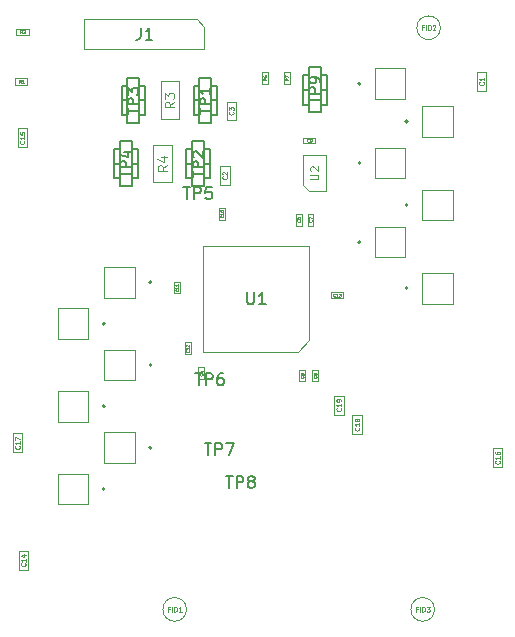
<source format=gbr>
G04 #@! TF.GenerationSoftware,KiCad,Pcbnew,8.0.6-8.0.6-0~ubuntu24.04.1*
G04 #@! TF.CreationDate,2024-11-04T16:08:56-05:00*
G04 #@! TF.ProjectId,breakout-tt06-qfn,62726561-6b6f-4757-942d-747430362d71,1.1*
G04 #@! TF.SameCoordinates,PX2b64660PY42c1d80*
G04 #@! TF.FileFunction,AssemblyDrawing,Top*
%FSLAX46Y46*%
G04 Gerber Fmt 4.6, Leading zero omitted, Abs format (unit mm)*
G04 Created by KiCad (PCBNEW 8.0.6-8.0.6-0~ubuntu24.04.1) date 2024-11-04 16:08:56*
%MOMM*%
%LPD*%
G01*
G04 APERTURE LIST*
%ADD10C,0.040000*%
%ADD11C,0.135000*%
%ADD12C,0.060000*%
%ADD13C,0.150000*%
%ADD14C,0.105000*%
%ADD15C,0.120000*%
%ADD16C,0.100000*%
%ADD17C,0.200000*%
G04 APERTURE END LIST*
D10*
X28889765Y21258334D02*
X28901670Y21246430D01*
X28901670Y21246430D02*
X28913574Y21210715D01*
X28913574Y21210715D02*
X28913574Y21186906D01*
X28913574Y21186906D02*
X28901670Y21151192D01*
X28901670Y21151192D02*
X28877860Y21127382D01*
X28877860Y21127382D02*
X28854050Y21115477D01*
X28854050Y21115477D02*
X28806431Y21103573D01*
X28806431Y21103573D02*
X28770717Y21103573D01*
X28770717Y21103573D02*
X28723098Y21115477D01*
X28723098Y21115477D02*
X28699289Y21127382D01*
X28699289Y21127382D02*
X28675479Y21151192D01*
X28675479Y21151192D02*
X28663574Y21186906D01*
X28663574Y21186906D02*
X28663574Y21210715D01*
X28663574Y21210715D02*
X28675479Y21246430D01*
X28675479Y21246430D02*
X28687384Y21258334D01*
X28663574Y21484525D02*
X28663574Y21365477D01*
X28663574Y21365477D02*
X28782622Y21353573D01*
X28782622Y21353573D02*
X28770717Y21365477D01*
X28770717Y21365477D02*
X28758812Y21389287D01*
X28758812Y21389287D02*
X28758812Y21448811D01*
X28758812Y21448811D02*
X28770717Y21472620D01*
X28770717Y21472620D02*
X28782622Y21484525D01*
X28782622Y21484525D02*
X28806431Y21496430D01*
X28806431Y21496430D02*
X28865955Y21496430D01*
X28865955Y21496430D02*
X28889765Y21484525D01*
X28889765Y21484525D02*
X28901670Y21472620D01*
X28901670Y21472620D02*
X28913574Y21448811D01*
X28913574Y21448811D02*
X28913574Y21389287D01*
X28913574Y21389287D02*
X28901670Y21365477D01*
X28901670Y21365477D02*
X28889765Y21353573D01*
X20339765Y21458334D02*
X20351670Y21446430D01*
X20351670Y21446430D02*
X20363574Y21410715D01*
X20363574Y21410715D02*
X20363574Y21386906D01*
X20363574Y21386906D02*
X20351670Y21351192D01*
X20351670Y21351192D02*
X20327860Y21327382D01*
X20327860Y21327382D02*
X20304050Y21315477D01*
X20304050Y21315477D02*
X20256431Y21303573D01*
X20256431Y21303573D02*
X20220717Y21303573D01*
X20220717Y21303573D02*
X20173098Y21315477D01*
X20173098Y21315477D02*
X20149289Y21327382D01*
X20149289Y21327382D02*
X20125479Y21351192D01*
X20125479Y21351192D02*
X20113574Y21386906D01*
X20113574Y21386906D02*
X20113574Y21410715D01*
X20113574Y21410715D02*
X20125479Y21446430D01*
X20125479Y21446430D02*
X20137384Y21458334D01*
X20196908Y21672620D02*
X20363574Y21672620D01*
X20101670Y21613096D02*
X20280241Y21553573D01*
X20280241Y21553573D02*
X20280241Y21708334D01*
X29989765Y21258334D02*
X30001670Y21246430D01*
X30001670Y21246430D02*
X30013574Y21210715D01*
X30013574Y21210715D02*
X30013574Y21186906D01*
X30013574Y21186906D02*
X30001670Y21151192D01*
X30001670Y21151192D02*
X29977860Y21127382D01*
X29977860Y21127382D02*
X29954050Y21115477D01*
X29954050Y21115477D02*
X29906431Y21103573D01*
X29906431Y21103573D02*
X29870717Y21103573D01*
X29870717Y21103573D02*
X29823098Y21115477D01*
X29823098Y21115477D02*
X29799289Y21127382D01*
X29799289Y21127382D02*
X29775479Y21151192D01*
X29775479Y21151192D02*
X29763574Y21186906D01*
X29763574Y21186906D02*
X29763574Y21210715D01*
X29763574Y21210715D02*
X29775479Y21246430D01*
X29775479Y21246430D02*
X29787384Y21258334D01*
X29870717Y21401192D02*
X29858812Y21377382D01*
X29858812Y21377382D02*
X29846908Y21365477D01*
X29846908Y21365477D02*
X29823098Y21353573D01*
X29823098Y21353573D02*
X29811193Y21353573D01*
X29811193Y21353573D02*
X29787384Y21365477D01*
X29787384Y21365477D02*
X29775479Y21377382D01*
X29775479Y21377382D02*
X29763574Y21401192D01*
X29763574Y21401192D02*
X29763574Y21448811D01*
X29763574Y21448811D02*
X29775479Y21472620D01*
X29775479Y21472620D02*
X29787384Y21484525D01*
X29787384Y21484525D02*
X29811193Y21496430D01*
X29811193Y21496430D02*
X29823098Y21496430D01*
X29823098Y21496430D02*
X29846908Y21484525D01*
X29846908Y21484525D02*
X29858812Y21472620D01*
X29858812Y21472620D02*
X29870717Y21448811D01*
X29870717Y21448811D02*
X29870717Y21401192D01*
X29870717Y21401192D02*
X29882622Y21377382D01*
X29882622Y21377382D02*
X29894527Y21365477D01*
X29894527Y21365477D02*
X29918336Y21353573D01*
X29918336Y21353573D02*
X29965955Y21353573D01*
X29965955Y21353573D02*
X29989765Y21365477D01*
X29989765Y21365477D02*
X30001670Y21377382D01*
X30001670Y21377382D02*
X30013574Y21401192D01*
X30013574Y21401192D02*
X30013574Y21448811D01*
X30013574Y21448811D02*
X30001670Y21472620D01*
X30001670Y21472620D02*
X29989765Y21484525D01*
X29989765Y21484525D02*
X29965955Y21496430D01*
X29965955Y21496430D02*
X29918336Y21496430D01*
X29918336Y21496430D02*
X29894527Y21484525D01*
X29894527Y21484525D02*
X29882622Y21472620D01*
X29882622Y21472620D02*
X29870717Y21448811D01*
X28589765Y34458334D02*
X28601670Y34446430D01*
X28601670Y34446430D02*
X28613574Y34410715D01*
X28613574Y34410715D02*
X28613574Y34386906D01*
X28613574Y34386906D02*
X28601670Y34351192D01*
X28601670Y34351192D02*
X28577860Y34327382D01*
X28577860Y34327382D02*
X28554050Y34315477D01*
X28554050Y34315477D02*
X28506431Y34303573D01*
X28506431Y34303573D02*
X28470717Y34303573D01*
X28470717Y34303573D02*
X28423098Y34315477D01*
X28423098Y34315477D02*
X28399289Y34327382D01*
X28399289Y34327382D02*
X28375479Y34351192D01*
X28375479Y34351192D02*
X28363574Y34386906D01*
X28363574Y34386906D02*
X28363574Y34410715D01*
X28363574Y34410715D02*
X28375479Y34446430D01*
X28375479Y34446430D02*
X28387384Y34458334D01*
X28363574Y34672620D02*
X28363574Y34625001D01*
X28363574Y34625001D02*
X28375479Y34601192D01*
X28375479Y34601192D02*
X28387384Y34589287D01*
X28387384Y34589287D02*
X28423098Y34565477D01*
X28423098Y34565477D02*
X28470717Y34553573D01*
X28470717Y34553573D02*
X28565955Y34553573D01*
X28565955Y34553573D02*
X28589765Y34565477D01*
X28589765Y34565477D02*
X28601670Y34577382D01*
X28601670Y34577382D02*
X28613574Y34601192D01*
X28613574Y34601192D02*
X28613574Y34648811D01*
X28613574Y34648811D02*
X28601670Y34672620D01*
X28601670Y34672620D02*
X28589765Y34684525D01*
X28589765Y34684525D02*
X28565955Y34696430D01*
X28565955Y34696430D02*
X28506431Y34696430D01*
X28506431Y34696430D02*
X28482622Y34684525D01*
X28482622Y34684525D02*
X28470717Y34672620D01*
X28470717Y34672620D02*
X28458812Y34648811D01*
X28458812Y34648811D02*
X28458812Y34601192D01*
X28458812Y34601192D02*
X28470717Y34577382D01*
X28470717Y34577382D02*
X28482622Y34565477D01*
X28482622Y34565477D02*
X28506431Y34553573D01*
X22089765Y34839286D02*
X22101670Y34827382D01*
X22101670Y34827382D02*
X22113574Y34791667D01*
X22113574Y34791667D02*
X22113574Y34767858D01*
X22113574Y34767858D02*
X22101670Y34732144D01*
X22101670Y34732144D02*
X22077860Y34708334D01*
X22077860Y34708334D02*
X22054050Y34696429D01*
X22054050Y34696429D02*
X22006431Y34684525D01*
X22006431Y34684525D02*
X21970717Y34684525D01*
X21970717Y34684525D02*
X21923098Y34696429D01*
X21923098Y34696429D02*
X21899289Y34708334D01*
X21899289Y34708334D02*
X21875479Y34732144D01*
X21875479Y34732144D02*
X21863574Y34767858D01*
X21863574Y34767858D02*
X21863574Y34791667D01*
X21863574Y34791667D02*
X21875479Y34827382D01*
X21875479Y34827382D02*
X21887384Y34839286D01*
X22113574Y35077382D02*
X22113574Y34934525D01*
X22113574Y35005953D02*
X21863574Y35005953D01*
X21863574Y35005953D02*
X21899289Y34982144D01*
X21899289Y34982144D02*
X21923098Y34958334D01*
X21923098Y34958334D02*
X21935003Y34934525D01*
X21863574Y35232143D02*
X21863574Y35255953D01*
X21863574Y35255953D02*
X21875479Y35279762D01*
X21875479Y35279762D02*
X21887384Y35291667D01*
X21887384Y35291667D02*
X21911193Y35303572D01*
X21911193Y35303572D02*
X21958812Y35315477D01*
X21958812Y35315477D02*
X22018336Y35315477D01*
X22018336Y35315477D02*
X22065955Y35303572D01*
X22065955Y35303572D02*
X22089765Y35291667D01*
X22089765Y35291667D02*
X22101670Y35279762D01*
X22101670Y35279762D02*
X22113574Y35255953D01*
X22113574Y35255953D02*
X22113574Y35232143D01*
X22113574Y35232143D02*
X22101670Y35208334D01*
X22101670Y35208334D02*
X22089765Y35196429D01*
X22089765Y35196429D02*
X22065955Y35184524D01*
X22065955Y35184524D02*
X22018336Y35172620D01*
X22018336Y35172620D02*
X21958812Y35172620D01*
X21958812Y35172620D02*
X21911193Y35184524D01*
X21911193Y35184524D02*
X21887384Y35196429D01*
X21887384Y35196429D02*
X21875479Y35208334D01*
X21875479Y35208334D02*
X21863574Y35232143D01*
X31589285Y28010235D02*
X31577381Y27998330D01*
X31577381Y27998330D02*
X31541666Y27986426D01*
X31541666Y27986426D02*
X31517857Y27986426D01*
X31517857Y27986426D02*
X31482143Y27998330D01*
X31482143Y27998330D02*
X31458333Y28022140D01*
X31458333Y28022140D02*
X31446428Y28045950D01*
X31446428Y28045950D02*
X31434524Y28093569D01*
X31434524Y28093569D02*
X31434524Y28129283D01*
X31434524Y28129283D02*
X31446428Y28176902D01*
X31446428Y28176902D02*
X31458333Y28200711D01*
X31458333Y28200711D02*
X31482143Y28224521D01*
X31482143Y28224521D02*
X31517857Y28236426D01*
X31517857Y28236426D02*
X31541666Y28236426D01*
X31541666Y28236426D02*
X31577381Y28224521D01*
X31577381Y28224521D02*
X31589285Y28212616D01*
X31827381Y27986426D02*
X31684524Y27986426D01*
X31755952Y27986426D02*
X31755952Y28236426D01*
X31755952Y28236426D02*
X31732143Y28200711D01*
X31732143Y28200711D02*
X31708333Y28176902D01*
X31708333Y28176902D02*
X31684524Y28164997D01*
X31910714Y28236426D02*
X32065476Y28236426D01*
X32065476Y28236426D02*
X31982142Y28141188D01*
X31982142Y28141188D02*
X32017857Y28141188D01*
X32017857Y28141188D02*
X32041666Y28129283D01*
X32041666Y28129283D02*
X32053571Y28117378D01*
X32053571Y28117378D02*
X32065476Y28093569D01*
X32065476Y28093569D02*
X32065476Y28034045D01*
X32065476Y28034045D02*
X32053571Y28010235D01*
X32053571Y28010235D02*
X32041666Y27998330D01*
X32041666Y27998330D02*
X32017857Y27986426D01*
X32017857Y27986426D02*
X31946428Y27986426D01*
X31946428Y27986426D02*
X31922619Y27998330D01*
X31922619Y27998330D02*
X31910714Y28010235D01*
D11*
X14009337Y43464287D02*
X14009337Y43978572D01*
X14909337Y43721430D02*
X14009337Y43721430D01*
X14909337Y44278572D02*
X14009337Y44278572D01*
X14009337Y44278572D02*
X14009337Y44621429D01*
X14009337Y44621429D02*
X14052194Y44707144D01*
X14052194Y44707144D02*
X14095051Y44750001D01*
X14095051Y44750001D02*
X14180765Y44792858D01*
X14180765Y44792858D02*
X14309337Y44792858D01*
X14309337Y44792858D02*
X14395051Y44750001D01*
X14395051Y44750001D02*
X14437908Y44707144D01*
X14437908Y44707144D02*
X14480765Y44621429D01*
X14480765Y44621429D02*
X14480765Y44278572D01*
X14009337Y45092858D02*
X14009337Y45650001D01*
X14009337Y45650001D02*
X14352194Y45350001D01*
X14352194Y45350001D02*
X14352194Y45478572D01*
X14352194Y45478572D02*
X14395051Y45564286D01*
X14395051Y45564286D02*
X14437908Y45607144D01*
X14437908Y45607144D02*
X14523622Y45650001D01*
X14523622Y45650001D02*
X14737908Y45650001D01*
X14737908Y45650001D02*
X14823622Y45607144D01*
X14823622Y45607144D02*
X14866480Y45564286D01*
X14866480Y45564286D02*
X14909337Y45478572D01*
X14909337Y45478572D02*
X14909337Y45221429D01*
X14909337Y45221429D02*
X14866480Y45135715D01*
X14866480Y45135715D02*
X14823622Y45092858D01*
X19509337Y38114287D02*
X19509337Y38628572D01*
X20409337Y38371430D02*
X19509337Y38371430D01*
X20409337Y38928572D02*
X19509337Y38928572D01*
X19509337Y38928572D02*
X19509337Y39271429D01*
X19509337Y39271429D02*
X19552194Y39357144D01*
X19552194Y39357144D02*
X19595051Y39400001D01*
X19595051Y39400001D02*
X19680765Y39442858D01*
X19680765Y39442858D02*
X19809337Y39442858D01*
X19809337Y39442858D02*
X19895051Y39400001D01*
X19895051Y39400001D02*
X19937908Y39357144D01*
X19937908Y39357144D02*
X19980765Y39271429D01*
X19980765Y39271429D02*
X19980765Y38928572D01*
X19595051Y39785715D02*
X19552194Y39828572D01*
X19552194Y39828572D02*
X19509337Y39914286D01*
X19509337Y39914286D02*
X19509337Y40128572D01*
X19509337Y40128572D02*
X19552194Y40214286D01*
X19552194Y40214286D02*
X19595051Y40257144D01*
X19595051Y40257144D02*
X19680765Y40300001D01*
X19680765Y40300001D02*
X19766480Y40300001D01*
X19766480Y40300001D02*
X19895051Y40257144D01*
X19895051Y40257144D02*
X20409337Y39742858D01*
X20409337Y39742858D02*
X20409337Y40300001D01*
D12*
X32043832Y18542858D02*
X32062880Y18523810D01*
X32062880Y18523810D02*
X32081927Y18466668D01*
X32081927Y18466668D02*
X32081927Y18428572D01*
X32081927Y18428572D02*
X32062880Y18371429D01*
X32062880Y18371429D02*
X32024784Y18333334D01*
X32024784Y18333334D02*
X31986689Y18314287D01*
X31986689Y18314287D02*
X31910499Y18295239D01*
X31910499Y18295239D02*
X31853356Y18295239D01*
X31853356Y18295239D02*
X31777165Y18314287D01*
X31777165Y18314287D02*
X31739070Y18333334D01*
X31739070Y18333334D02*
X31700975Y18371429D01*
X31700975Y18371429D02*
X31681927Y18428572D01*
X31681927Y18428572D02*
X31681927Y18466668D01*
X31681927Y18466668D02*
X31700975Y18523810D01*
X31700975Y18523810D02*
X31720022Y18542858D01*
X32081927Y18923810D02*
X32081927Y18695239D01*
X32081927Y18809525D02*
X31681927Y18809525D01*
X31681927Y18809525D02*
X31739070Y18771429D01*
X31739070Y18771429D02*
X31777165Y18733334D01*
X31777165Y18733334D02*
X31796213Y18695239D01*
X32081927Y19114286D02*
X32081927Y19190477D01*
X32081927Y19190477D02*
X32062880Y19228572D01*
X32062880Y19228572D02*
X32043832Y19247620D01*
X32043832Y19247620D02*
X31986689Y19285715D01*
X31986689Y19285715D02*
X31910499Y19304762D01*
X31910499Y19304762D02*
X31758118Y19304762D01*
X31758118Y19304762D02*
X31720022Y19285715D01*
X31720022Y19285715D02*
X31700975Y19266667D01*
X31700975Y19266667D02*
X31681927Y19228572D01*
X31681927Y19228572D02*
X31681927Y19152381D01*
X31681927Y19152381D02*
X31700975Y19114286D01*
X31700975Y19114286D02*
X31720022Y19095239D01*
X31720022Y19095239D02*
X31758118Y19076191D01*
X31758118Y19076191D02*
X31853356Y19076191D01*
X31853356Y19076191D02*
X31891451Y19095239D01*
X31891451Y19095239D02*
X31910499Y19114286D01*
X31910499Y19114286D02*
X31929546Y19152381D01*
X31929546Y19152381D02*
X31929546Y19228572D01*
X31929546Y19228572D02*
X31910499Y19266667D01*
X31910499Y19266667D02*
X31891451Y19285715D01*
X31891451Y19285715D02*
X31853356Y19304762D01*
D10*
X29589765Y34458334D02*
X29601670Y34446430D01*
X29601670Y34446430D02*
X29613574Y34410715D01*
X29613574Y34410715D02*
X29613574Y34386906D01*
X29613574Y34386906D02*
X29601670Y34351192D01*
X29601670Y34351192D02*
X29577860Y34327382D01*
X29577860Y34327382D02*
X29554050Y34315477D01*
X29554050Y34315477D02*
X29506431Y34303573D01*
X29506431Y34303573D02*
X29470717Y34303573D01*
X29470717Y34303573D02*
X29423098Y34315477D01*
X29423098Y34315477D02*
X29399289Y34327382D01*
X29399289Y34327382D02*
X29375479Y34351192D01*
X29375479Y34351192D02*
X29363574Y34386906D01*
X29363574Y34386906D02*
X29363574Y34410715D01*
X29363574Y34410715D02*
X29375479Y34446430D01*
X29375479Y34446430D02*
X29387384Y34458334D01*
X29363574Y34541668D02*
X29363574Y34708334D01*
X29363574Y34708334D02*
X29613574Y34601192D01*
D13*
X22338095Y12795181D02*
X22909523Y12795181D01*
X22623809Y11795181D02*
X22623809Y12795181D01*
X23242857Y11795181D02*
X23242857Y12795181D01*
X23242857Y12795181D02*
X23623809Y12795181D01*
X23623809Y12795181D02*
X23719047Y12747562D01*
X23719047Y12747562D02*
X23766666Y12699943D01*
X23766666Y12699943D02*
X23814285Y12604705D01*
X23814285Y12604705D02*
X23814285Y12461848D01*
X23814285Y12461848D02*
X23766666Y12366610D01*
X23766666Y12366610D02*
X23719047Y12318991D01*
X23719047Y12318991D02*
X23623809Y12271372D01*
X23623809Y12271372D02*
X23242857Y12271372D01*
X24385714Y12366610D02*
X24290476Y12414229D01*
X24290476Y12414229D02*
X24242857Y12461848D01*
X24242857Y12461848D02*
X24195238Y12557086D01*
X24195238Y12557086D02*
X24195238Y12604705D01*
X24195238Y12604705D02*
X24242857Y12699943D01*
X24242857Y12699943D02*
X24290476Y12747562D01*
X24290476Y12747562D02*
X24385714Y12795181D01*
X24385714Y12795181D02*
X24576190Y12795181D01*
X24576190Y12795181D02*
X24671428Y12747562D01*
X24671428Y12747562D02*
X24719047Y12699943D01*
X24719047Y12699943D02*
X24766666Y12604705D01*
X24766666Y12604705D02*
X24766666Y12557086D01*
X24766666Y12557086D02*
X24719047Y12461848D01*
X24719047Y12461848D02*
X24671428Y12414229D01*
X24671428Y12414229D02*
X24576190Y12366610D01*
X24576190Y12366610D02*
X24385714Y12366610D01*
X24385714Y12366610D02*
X24290476Y12318991D01*
X24290476Y12318991D02*
X24242857Y12271372D01*
X24242857Y12271372D02*
X24195238Y12176134D01*
X24195238Y12176134D02*
X24195238Y11985658D01*
X24195238Y11985658D02*
X24242857Y11890420D01*
X24242857Y11890420D02*
X24290476Y11842800D01*
X24290476Y11842800D02*
X24385714Y11795181D01*
X24385714Y11795181D02*
X24576190Y11795181D01*
X24576190Y11795181D02*
X24671428Y11842800D01*
X24671428Y11842800D02*
X24719047Y11890420D01*
X24719047Y11890420D02*
X24766666Y11985658D01*
X24766666Y11985658D02*
X24766666Y12176134D01*
X24766666Y12176134D02*
X24719047Y12271372D01*
X24719047Y12271372D02*
X24671428Y12318991D01*
X24671428Y12318991D02*
X24576190Y12366610D01*
D10*
X4956667Y46081800D02*
X4870000Y46205609D01*
X4808095Y46081800D02*
X4808095Y46341800D01*
X4808095Y46341800D02*
X4907143Y46341800D01*
X4907143Y46341800D02*
X4931905Y46329419D01*
X4931905Y46329419D02*
X4944286Y46317038D01*
X4944286Y46317038D02*
X4956667Y46292276D01*
X4956667Y46292276D02*
X4956667Y46255133D01*
X4956667Y46255133D02*
X4944286Y46230371D01*
X4944286Y46230371D02*
X4931905Y46217990D01*
X4931905Y46217990D02*
X4907143Y46205609D01*
X4907143Y46205609D02*
X4808095Y46205609D01*
X5204286Y46081800D02*
X5055714Y46081800D01*
X5130000Y46081800D02*
X5130000Y46341800D01*
X5130000Y46341800D02*
X5105238Y46304657D01*
X5105238Y46304657D02*
X5080476Y46279895D01*
X5080476Y46279895D02*
X5055714Y46267514D01*
D12*
X39071429Y50777597D02*
X38938096Y50777597D01*
X38938096Y50568073D02*
X38938096Y50968073D01*
X38938096Y50968073D02*
X39128572Y50968073D01*
X39280953Y50568073D02*
X39280953Y50968073D01*
X39471429Y50568073D02*
X39471429Y50968073D01*
X39471429Y50968073D02*
X39566667Y50968073D01*
X39566667Y50968073D02*
X39623810Y50949025D01*
X39623810Y50949025D02*
X39661905Y50910930D01*
X39661905Y50910930D02*
X39680952Y50872835D01*
X39680952Y50872835D02*
X39700000Y50796644D01*
X39700000Y50796644D02*
X39700000Y50739501D01*
X39700000Y50739501D02*
X39680952Y50663311D01*
X39680952Y50663311D02*
X39661905Y50625216D01*
X39661905Y50625216D02*
X39623810Y50587120D01*
X39623810Y50587120D02*
X39566667Y50568073D01*
X39566667Y50568073D02*
X39471429Y50568073D01*
X39852381Y50929978D02*
X39871429Y50949025D01*
X39871429Y50949025D02*
X39909524Y50968073D01*
X39909524Y50968073D02*
X40004762Y50968073D01*
X40004762Y50968073D02*
X40042857Y50949025D01*
X40042857Y50949025D02*
X40061905Y50929978D01*
X40061905Y50929978D02*
X40080952Y50891882D01*
X40080952Y50891882D02*
X40080952Y50853787D01*
X40080952Y50853787D02*
X40061905Y50796644D01*
X40061905Y50796644D02*
X39833333Y50568073D01*
X39833333Y50568073D02*
X40080952Y50568073D01*
X5343832Y5392858D02*
X5362880Y5373810D01*
X5362880Y5373810D02*
X5381927Y5316668D01*
X5381927Y5316668D02*
X5381927Y5278572D01*
X5381927Y5278572D02*
X5362880Y5221429D01*
X5362880Y5221429D02*
X5324784Y5183334D01*
X5324784Y5183334D02*
X5286689Y5164287D01*
X5286689Y5164287D02*
X5210499Y5145239D01*
X5210499Y5145239D02*
X5153356Y5145239D01*
X5153356Y5145239D02*
X5077165Y5164287D01*
X5077165Y5164287D02*
X5039070Y5183334D01*
X5039070Y5183334D02*
X5000975Y5221429D01*
X5000975Y5221429D02*
X4981927Y5278572D01*
X4981927Y5278572D02*
X4981927Y5316668D01*
X4981927Y5316668D02*
X5000975Y5373810D01*
X5000975Y5373810D02*
X5020022Y5392858D01*
X5381927Y5773810D02*
X5381927Y5545239D01*
X5381927Y5659525D02*
X4981927Y5659525D01*
X4981927Y5659525D02*
X5039070Y5621429D01*
X5039070Y5621429D02*
X5077165Y5583334D01*
X5077165Y5583334D02*
X5096213Y5545239D01*
X5115260Y6116667D02*
X5381927Y6116667D01*
X4962880Y6021429D02*
X5248594Y5926191D01*
X5248594Y5926191D02*
X5248594Y6173810D01*
X22393832Y38183334D02*
X22412880Y38164286D01*
X22412880Y38164286D02*
X22431927Y38107144D01*
X22431927Y38107144D02*
X22431927Y38069048D01*
X22431927Y38069048D02*
X22412880Y38011905D01*
X22412880Y38011905D02*
X22374784Y37973810D01*
X22374784Y37973810D02*
X22336689Y37954763D01*
X22336689Y37954763D02*
X22260499Y37935715D01*
X22260499Y37935715D02*
X22203356Y37935715D01*
X22203356Y37935715D02*
X22127165Y37954763D01*
X22127165Y37954763D02*
X22089070Y37973810D01*
X22089070Y37973810D02*
X22050975Y38011905D01*
X22050975Y38011905D02*
X22031927Y38069048D01*
X22031927Y38069048D02*
X22031927Y38107144D01*
X22031927Y38107144D02*
X22050975Y38164286D01*
X22050975Y38164286D02*
X22070022Y38183334D01*
X22070022Y38335715D02*
X22050975Y38354763D01*
X22050975Y38354763D02*
X22031927Y38392858D01*
X22031927Y38392858D02*
X22031927Y38488096D01*
X22031927Y38488096D02*
X22050975Y38526191D01*
X22050975Y38526191D02*
X22070022Y38545239D01*
X22070022Y38545239D02*
X22108118Y38564286D01*
X22108118Y38564286D02*
X22146213Y38564286D01*
X22146213Y38564286D02*
X22203356Y38545239D01*
X22203356Y38545239D02*
X22431927Y38316667D01*
X22431927Y38316667D02*
X22431927Y38564286D01*
D13*
X24138095Y28345181D02*
X24138095Y27535658D01*
X24138095Y27535658D02*
X24185714Y27440420D01*
X24185714Y27440420D02*
X24233333Y27392800D01*
X24233333Y27392800D02*
X24328571Y27345181D01*
X24328571Y27345181D02*
X24519047Y27345181D01*
X24519047Y27345181D02*
X24614285Y27392800D01*
X24614285Y27392800D02*
X24661904Y27440420D01*
X24661904Y27440420D02*
X24709523Y27535658D01*
X24709523Y27535658D02*
X24709523Y28345181D01*
X25709523Y27345181D02*
X25138095Y27345181D01*
X25423809Y27345181D02*
X25423809Y28345181D01*
X25423809Y28345181D02*
X25328571Y28202324D01*
X25328571Y28202324D02*
X25233333Y28107086D01*
X25233333Y28107086D02*
X25138095Y28059467D01*
X20538095Y15595181D02*
X21109523Y15595181D01*
X20823809Y14595181D02*
X20823809Y15595181D01*
X21442857Y14595181D02*
X21442857Y15595181D01*
X21442857Y15595181D02*
X21823809Y15595181D01*
X21823809Y15595181D02*
X21919047Y15547562D01*
X21919047Y15547562D02*
X21966666Y15499943D01*
X21966666Y15499943D02*
X22014285Y15404705D01*
X22014285Y15404705D02*
X22014285Y15261848D01*
X22014285Y15261848D02*
X21966666Y15166610D01*
X21966666Y15166610D02*
X21919047Y15118991D01*
X21919047Y15118991D02*
X21823809Y15071372D01*
X21823809Y15071372D02*
X21442857Y15071372D01*
X22347619Y15595181D02*
X23014285Y15595181D01*
X23014285Y15595181D02*
X22585714Y14595181D01*
D14*
X29468373Y37916667D02*
X30035040Y37916667D01*
X30035040Y37916667D02*
X30101706Y37950000D01*
X30101706Y37950000D02*
X30135040Y37983334D01*
X30135040Y37983334D02*
X30168373Y38050000D01*
X30168373Y38050000D02*
X30168373Y38183334D01*
X30168373Y38183334D02*
X30135040Y38250000D01*
X30135040Y38250000D02*
X30101706Y38283334D01*
X30101706Y38283334D02*
X30035040Y38316667D01*
X30035040Y38316667D02*
X29468373Y38316667D01*
X29535040Y38616667D02*
X29501706Y38650000D01*
X29501706Y38650000D02*
X29468373Y38716667D01*
X29468373Y38716667D02*
X29468373Y38883333D01*
X29468373Y38883333D02*
X29501706Y38950000D01*
X29501706Y38950000D02*
X29535040Y38983333D01*
X29535040Y38983333D02*
X29601706Y39016667D01*
X29601706Y39016667D02*
X29668373Y39016667D01*
X29668373Y39016667D02*
X29768373Y38983333D01*
X29768373Y38983333D02*
X30168373Y38583333D01*
X30168373Y38583333D02*
X30168373Y39016667D01*
D12*
X17571429Y1527597D02*
X17438096Y1527597D01*
X17438096Y1318073D02*
X17438096Y1718073D01*
X17438096Y1718073D02*
X17628572Y1718073D01*
X17780953Y1318073D02*
X17780953Y1718073D01*
X17971429Y1318073D02*
X17971429Y1718073D01*
X17971429Y1718073D02*
X18066667Y1718073D01*
X18066667Y1718073D02*
X18123810Y1699025D01*
X18123810Y1699025D02*
X18161905Y1660930D01*
X18161905Y1660930D02*
X18180952Y1622835D01*
X18180952Y1622835D02*
X18200000Y1546644D01*
X18200000Y1546644D02*
X18200000Y1489501D01*
X18200000Y1489501D02*
X18180952Y1413311D01*
X18180952Y1413311D02*
X18161905Y1375216D01*
X18161905Y1375216D02*
X18123810Y1337120D01*
X18123810Y1337120D02*
X18066667Y1318073D01*
X18066667Y1318073D02*
X17971429Y1318073D01*
X18580952Y1318073D02*
X18352381Y1318073D01*
X18466667Y1318073D02*
X18466667Y1718073D01*
X18466667Y1718073D02*
X18428571Y1660930D01*
X18428571Y1660930D02*
X18390476Y1622835D01*
X18390476Y1622835D02*
X18352381Y1603787D01*
D15*
X17963855Y44466668D02*
X17582902Y44200001D01*
X17963855Y44009525D02*
X17163855Y44009525D01*
X17163855Y44009525D02*
X17163855Y44314287D01*
X17163855Y44314287D02*
X17201950Y44390477D01*
X17201950Y44390477D02*
X17240045Y44428572D01*
X17240045Y44428572D02*
X17316236Y44466668D01*
X17316236Y44466668D02*
X17430521Y44466668D01*
X17430521Y44466668D02*
X17506712Y44428572D01*
X17506712Y44428572D02*
X17544807Y44390477D01*
X17544807Y44390477D02*
X17582902Y44314287D01*
X17582902Y44314287D02*
X17582902Y44009525D01*
X17163855Y44733334D02*
X17163855Y45228572D01*
X17163855Y45228572D02*
X17468617Y44961906D01*
X17468617Y44961906D02*
X17468617Y45076191D01*
X17468617Y45076191D02*
X17506712Y45152382D01*
X17506712Y45152382D02*
X17544807Y45190477D01*
X17544807Y45190477D02*
X17620998Y45228572D01*
X17620998Y45228572D02*
X17811474Y45228572D01*
X17811474Y45228572D02*
X17887664Y45190477D01*
X17887664Y45190477D02*
X17925760Y45152382D01*
X17925760Y45152382D02*
X17963855Y45076191D01*
X17963855Y45076191D02*
X17963855Y44847620D01*
X17963855Y44847620D02*
X17925760Y44771429D01*
X17925760Y44771429D02*
X17887664Y44733334D01*
D10*
X18289765Y28589286D02*
X18301670Y28577382D01*
X18301670Y28577382D02*
X18313574Y28541667D01*
X18313574Y28541667D02*
X18313574Y28517858D01*
X18313574Y28517858D02*
X18301670Y28482144D01*
X18301670Y28482144D02*
X18277860Y28458334D01*
X18277860Y28458334D02*
X18254050Y28446429D01*
X18254050Y28446429D02*
X18206431Y28434525D01*
X18206431Y28434525D02*
X18170717Y28434525D01*
X18170717Y28434525D02*
X18123098Y28446429D01*
X18123098Y28446429D02*
X18099289Y28458334D01*
X18099289Y28458334D02*
X18075479Y28482144D01*
X18075479Y28482144D02*
X18063574Y28517858D01*
X18063574Y28517858D02*
X18063574Y28541667D01*
X18063574Y28541667D02*
X18075479Y28577382D01*
X18075479Y28577382D02*
X18087384Y28589286D01*
X18313574Y28827382D02*
X18313574Y28684525D01*
X18313574Y28755953D02*
X18063574Y28755953D01*
X18063574Y28755953D02*
X18099289Y28732144D01*
X18099289Y28732144D02*
X18123098Y28708334D01*
X18123098Y28708334D02*
X18135003Y28684525D01*
X18313574Y29065477D02*
X18313574Y28922620D01*
X18313574Y28994048D02*
X18063574Y28994048D01*
X18063574Y28994048D02*
X18099289Y28970239D01*
X18099289Y28970239D02*
X18123098Y28946429D01*
X18123098Y28946429D02*
X18135003Y28922620D01*
D12*
X4843832Y15342858D02*
X4862880Y15323810D01*
X4862880Y15323810D02*
X4881927Y15266668D01*
X4881927Y15266668D02*
X4881927Y15228572D01*
X4881927Y15228572D02*
X4862880Y15171429D01*
X4862880Y15171429D02*
X4824784Y15133334D01*
X4824784Y15133334D02*
X4786689Y15114287D01*
X4786689Y15114287D02*
X4710499Y15095239D01*
X4710499Y15095239D02*
X4653356Y15095239D01*
X4653356Y15095239D02*
X4577165Y15114287D01*
X4577165Y15114287D02*
X4539070Y15133334D01*
X4539070Y15133334D02*
X4500975Y15171429D01*
X4500975Y15171429D02*
X4481927Y15228572D01*
X4481927Y15228572D02*
X4481927Y15266668D01*
X4481927Y15266668D02*
X4500975Y15323810D01*
X4500975Y15323810D02*
X4520022Y15342858D01*
X4881927Y15723810D02*
X4881927Y15495239D01*
X4881927Y15609525D02*
X4481927Y15609525D01*
X4481927Y15609525D02*
X4539070Y15571429D01*
X4539070Y15571429D02*
X4577165Y15533334D01*
X4577165Y15533334D02*
X4596213Y15495239D01*
X4481927Y15857143D02*
X4481927Y16123810D01*
X4481927Y16123810D02*
X4881927Y15952381D01*
D10*
X19189765Y23439286D02*
X19201670Y23427382D01*
X19201670Y23427382D02*
X19213574Y23391667D01*
X19213574Y23391667D02*
X19213574Y23367858D01*
X19213574Y23367858D02*
X19201670Y23332144D01*
X19201670Y23332144D02*
X19177860Y23308334D01*
X19177860Y23308334D02*
X19154050Y23296429D01*
X19154050Y23296429D02*
X19106431Y23284525D01*
X19106431Y23284525D02*
X19070717Y23284525D01*
X19070717Y23284525D02*
X19023098Y23296429D01*
X19023098Y23296429D02*
X18999289Y23308334D01*
X18999289Y23308334D02*
X18975479Y23332144D01*
X18975479Y23332144D02*
X18963574Y23367858D01*
X18963574Y23367858D02*
X18963574Y23391667D01*
X18963574Y23391667D02*
X18975479Y23427382D01*
X18975479Y23427382D02*
X18987384Y23439286D01*
X19213574Y23677382D02*
X19213574Y23534525D01*
X19213574Y23605953D02*
X18963574Y23605953D01*
X18963574Y23605953D02*
X18999289Y23582144D01*
X18999289Y23582144D02*
X19023098Y23558334D01*
X19023098Y23558334D02*
X19035003Y23534525D01*
X18987384Y23772620D02*
X18975479Y23784524D01*
X18975479Y23784524D02*
X18963574Y23808334D01*
X18963574Y23808334D02*
X18963574Y23867858D01*
X18963574Y23867858D02*
X18975479Y23891667D01*
X18975479Y23891667D02*
X18987384Y23903572D01*
X18987384Y23903572D02*
X19011193Y23915477D01*
X19011193Y23915477D02*
X19035003Y23915477D01*
X19035003Y23915477D02*
X19070717Y23903572D01*
X19070717Y23903572D02*
X19213574Y23760715D01*
X19213574Y23760715D02*
X19213574Y23915477D01*
D12*
X22943832Y43633334D02*
X22962880Y43614286D01*
X22962880Y43614286D02*
X22981927Y43557144D01*
X22981927Y43557144D02*
X22981927Y43519048D01*
X22981927Y43519048D02*
X22962880Y43461905D01*
X22962880Y43461905D02*
X22924784Y43423810D01*
X22924784Y43423810D02*
X22886689Y43404763D01*
X22886689Y43404763D02*
X22810499Y43385715D01*
X22810499Y43385715D02*
X22753356Y43385715D01*
X22753356Y43385715D02*
X22677165Y43404763D01*
X22677165Y43404763D02*
X22639070Y43423810D01*
X22639070Y43423810D02*
X22600975Y43461905D01*
X22600975Y43461905D02*
X22581927Y43519048D01*
X22581927Y43519048D02*
X22581927Y43557144D01*
X22581927Y43557144D02*
X22600975Y43614286D01*
X22600975Y43614286D02*
X22620022Y43633334D01*
X22581927Y43766667D02*
X22581927Y44014286D01*
X22581927Y44014286D02*
X22734308Y43880953D01*
X22734308Y43880953D02*
X22734308Y43938096D01*
X22734308Y43938096D02*
X22753356Y43976191D01*
X22753356Y43976191D02*
X22772403Y43995239D01*
X22772403Y43995239D02*
X22810499Y44014286D01*
X22810499Y44014286D02*
X22905737Y44014286D01*
X22905737Y44014286D02*
X22943832Y43995239D01*
X22943832Y43995239D02*
X22962880Y43976191D01*
X22962880Y43976191D02*
X22981927Y43938096D01*
X22981927Y43938096D02*
X22981927Y43823810D01*
X22981927Y43823810D02*
X22962880Y43785715D01*
X22962880Y43785715D02*
X22943832Y43766667D01*
X45493832Y14092858D02*
X45512880Y14073810D01*
X45512880Y14073810D02*
X45531927Y14016668D01*
X45531927Y14016668D02*
X45531927Y13978572D01*
X45531927Y13978572D02*
X45512880Y13921429D01*
X45512880Y13921429D02*
X45474784Y13883334D01*
X45474784Y13883334D02*
X45436689Y13864287D01*
X45436689Y13864287D02*
X45360499Y13845239D01*
X45360499Y13845239D02*
X45303356Y13845239D01*
X45303356Y13845239D02*
X45227165Y13864287D01*
X45227165Y13864287D02*
X45189070Y13883334D01*
X45189070Y13883334D02*
X45150975Y13921429D01*
X45150975Y13921429D02*
X45131927Y13978572D01*
X45131927Y13978572D02*
X45131927Y14016668D01*
X45131927Y14016668D02*
X45150975Y14073810D01*
X45150975Y14073810D02*
X45170022Y14092858D01*
X45531927Y14473810D02*
X45531927Y14245239D01*
X45531927Y14359525D02*
X45131927Y14359525D01*
X45131927Y14359525D02*
X45189070Y14321429D01*
X45189070Y14321429D02*
X45227165Y14283334D01*
X45227165Y14283334D02*
X45246213Y14245239D01*
X45131927Y14816667D02*
X45131927Y14740477D01*
X45131927Y14740477D02*
X45150975Y14702381D01*
X45150975Y14702381D02*
X45170022Y14683334D01*
X45170022Y14683334D02*
X45227165Y14645239D01*
X45227165Y14645239D02*
X45303356Y14626191D01*
X45303356Y14626191D02*
X45455737Y14626191D01*
X45455737Y14626191D02*
X45493832Y14645239D01*
X45493832Y14645239D02*
X45512880Y14664286D01*
X45512880Y14664286D02*
X45531927Y14702381D01*
X45531927Y14702381D02*
X45531927Y14778572D01*
X45531927Y14778572D02*
X45512880Y14816667D01*
X45512880Y14816667D02*
X45493832Y14835715D01*
X45493832Y14835715D02*
X45455737Y14854762D01*
X45455737Y14854762D02*
X45360499Y14854762D01*
X45360499Y14854762D02*
X45322403Y14835715D01*
X45322403Y14835715D02*
X45303356Y14816667D01*
X45303356Y14816667D02*
X45284308Y14778572D01*
X45284308Y14778572D02*
X45284308Y14702381D01*
X45284308Y14702381D02*
X45303356Y14664286D01*
X45303356Y14664286D02*
X45322403Y14645239D01*
X45322403Y14645239D02*
X45360499Y14626191D01*
D13*
X19738095Y21495181D02*
X20309523Y21495181D01*
X20023809Y20495181D02*
X20023809Y21495181D01*
X20642857Y20495181D02*
X20642857Y21495181D01*
X20642857Y21495181D02*
X21023809Y21495181D01*
X21023809Y21495181D02*
X21119047Y21447562D01*
X21119047Y21447562D02*
X21166666Y21399943D01*
X21166666Y21399943D02*
X21214285Y21304705D01*
X21214285Y21304705D02*
X21214285Y21161848D01*
X21214285Y21161848D02*
X21166666Y21066610D01*
X21166666Y21066610D02*
X21119047Y21018991D01*
X21119047Y21018991D02*
X21023809Y20971372D01*
X21023809Y20971372D02*
X20642857Y20971372D01*
X22071428Y21495181D02*
X21880952Y21495181D01*
X21880952Y21495181D02*
X21785714Y21447562D01*
X21785714Y21447562D02*
X21738095Y21399943D01*
X21738095Y21399943D02*
X21642857Y21257086D01*
X21642857Y21257086D02*
X21595238Y21066610D01*
X21595238Y21066610D02*
X21595238Y20685658D01*
X21595238Y20685658D02*
X21642857Y20590420D01*
X21642857Y20590420D02*
X21690476Y20542800D01*
X21690476Y20542800D02*
X21785714Y20495181D01*
X21785714Y20495181D02*
X21976190Y20495181D01*
X21976190Y20495181D02*
X22071428Y20542800D01*
X22071428Y20542800D02*
X22119047Y20590420D01*
X22119047Y20590420D02*
X22166666Y20685658D01*
X22166666Y20685658D02*
X22166666Y20923753D01*
X22166666Y20923753D02*
X22119047Y21018991D01*
X22119047Y21018991D02*
X22071428Y21066610D01*
X22071428Y21066610D02*
X21976190Y21114229D01*
X21976190Y21114229D02*
X21785714Y21114229D01*
X21785714Y21114229D02*
X21690476Y21066610D01*
X21690476Y21066610D02*
X21642857Y21018991D01*
X21642857Y21018991D02*
X21595238Y20923753D01*
D11*
X13409337Y38114287D02*
X13409337Y38628572D01*
X14309337Y38371430D02*
X13409337Y38371430D01*
X14309337Y38928572D02*
X13409337Y38928572D01*
X13409337Y38928572D02*
X13409337Y39271429D01*
X13409337Y39271429D02*
X13452194Y39357144D01*
X13452194Y39357144D02*
X13495051Y39400001D01*
X13495051Y39400001D02*
X13580765Y39442858D01*
X13580765Y39442858D02*
X13709337Y39442858D01*
X13709337Y39442858D02*
X13795051Y39400001D01*
X13795051Y39400001D02*
X13837908Y39357144D01*
X13837908Y39357144D02*
X13880765Y39271429D01*
X13880765Y39271429D02*
X13880765Y38928572D01*
X13709337Y40214286D02*
X14309337Y40214286D01*
X13366480Y40000001D02*
X14009337Y39785715D01*
X14009337Y39785715D02*
X14009337Y40342858D01*
D15*
X17363855Y39116668D02*
X16982902Y38850001D01*
X17363855Y38659525D02*
X16563855Y38659525D01*
X16563855Y38659525D02*
X16563855Y38964287D01*
X16563855Y38964287D02*
X16601950Y39040477D01*
X16601950Y39040477D02*
X16640045Y39078572D01*
X16640045Y39078572D02*
X16716236Y39116668D01*
X16716236Y39116668D02*
X16830521Y39116668D01*
X16830521Y39116668D02*
X16906712Y39078572D01*
X16906712Y39078572D02*
X16944807Y39040477D01*
X16944807Y39040477D02*
X16982902Y38964287D01*
X16982902Y38964287D02*
X16982902Y38659525D01*
X16830521Y39802382D02*
X17363855Y39802382D01*
X16525760Y39611906D02*
X17097188Y39421429D01*
X17097188Y39421429D02*
X17097188Y39916668D01*
D13*
X18738095Y37245181D02*
X19309523Y37245181D01*
X19023809Y36245181D02*
X19023809Y37245181D01*
X19642857Y36245181D02*
X19642857Y37245181D01*
X19642857Y37245181D02*
X20023809Y37245181D01*
X20023809Y37245181D02*
X20119047Y37197562D01*
X20119047Y37197562D02*
X20166666Y37149943D01*
X20166666Y37149943D02*
X20214285Y37054705D01*
X20214285Y37054705D02*
X20214285Y36911848D01*
X20214285Y36911848D02*
X20166666Y36816610D01*
X20166666Y36816610D02*
X20119047Y36768991D01*
X20119047Y36768991D02*
X20023809Y36721372D01*
X20023809Y36721372D02*
X19642857Y36721372D01*
X21119047Y37245181D02*
X20642857Y37245181D01*
X20642857Y37245181D02*
X20595238Y36768991D01*
X20595238Y36768991D02*
X20642857Y36816610D01*
X20642857Y36816610D02*
X20738095Y36864229D01*
X20738095Y36864229D02*
X20976190Y36864229D01*
X20976190Y36864229D02*
X21071428Y36816610D01*
X21071428Y36816610D02*
X21119047Y36768991D01*
X21119047Y36768991D02*
X21166666Y36673753D01*
X21166666Y36673753D02*
X21166666Y36435658D01*
X21166666Y36435658D02*
X21119047Y36340420D01*
X21119047Y36340420D02*
X21071428Y36292800D01*
X21071428Y36292800D02*
X20976190Y36245181D01*
X20976190Y36245181D02*
X20738095Y36245181D01*
X20738095Y36245181D02*
X20642857Y36292800D01*
X20642857Y36292800D02*
X20595238Y36340420D01*
D12*
X38571429Y1527597D02*
X38438096Y1527597D01*
X38438096Y1318073D02*
X38438096Y1718073D01*
X38438096Y1718073D02*
X38628572Y1718073D01*
X38780953Y1318073D02*
X38780953Y1718073D01*
X38971429Y1318073D02*
X38971429Y1718073D01*
X38971429Y1718073D02*
X39066667Y1718073D01*
X39066667Y1718073D02*
X39123810Y1699025D01*
X39123810Y1699025D02*
X39161905Y1660930D01*
X39161905Y1660930D02*
X39180952Y1622835D01*
X39180952Y1622835D02*
X39200000Y1546644D01*
X39200000Y1546644D02*
X39200000Y1489501D01*
X39200000Y1489501D02*
X39180952Y1413311D01*
X39180952Y1413311D02*
X39161905Y1375216D01*
X39161905Y1375216D02*
X39123810Y1337120D01*
X39123810Y1337120D02*
X39066667Y1318073D01*
X39066667Y1318073D02*
X38971429Y1318073D01*
X39333333Y1718073D02*
X39580952Y1718073D01*
X39580952Y1718073D02*
X39447619Y1565692D01*
X39447619Y1565692D02*
X39504762Y1565692D01*
X39504762Y1565692D02*
X39542857Y1546644D01*
X39542857Y1546644D02*
X39561905Y1527597D01*
X39561905Y1527597D02*
X39580952Y1489501D01*
X39580952Y1489501D02*
X39580952Y1394263D01*
X39580952Y1394263D02*
X39561905Y1356168D01*
X39561905Y1356168D02*
X39542857Y1337120D01*
X39542857Y1337120D02*
X39504762Y1318073D01*
X39504762Y1318073D02*
X39390476Y1318073D01*
X39390476Y1318073D02*
X39352381Y1337120D01*
X39352381Y1337120D02*
X39333333Y1356168D01*
D13*
X15106666Y50745181D02*
X15106666Y50030896D01*
X15106666Y50030896D02*
X15059047Y49888039D01*
X15059047Y49888039D02*
X14963809Y49792800D01*
X14963809Y49792800D02*
X14820952Y49745181D01*
X14820952Y49745181D02*
X14725714Y49745181D01*
X16106666Y49745181D02*
X15535238Y49745181D01*
X15820952Y49745181D02*
X15820952Y50745181D01*
X15820952Y50745181D02*
X15725714Y50602324D01*
X15725714Y50602324D02*
X15630476Y50507086D01*
X15630476Y50507086D02*
X15535238Y50459467D01*
D12*
X44143832Y46133334D02*
X44162880Y46114286D01*
X44162880Y46114286D02*
X44181927Y46057144D01*
X44181927Y46057144D02*
X44181927Y46019048D01*
X44181927Y46019048D02*
X44162880Y45961905D01*
X44162880Y45961905D02*
X44124784Y45923810D01*
X44124784Y45923810D02*
X44086689Y45904763D01*
X44086689Y45904763D02*
X44010499Y45885715D01*
X44010499Y45885715D02*
X43953356Y45885715D01*
X43953356Y45885715D02*
X43877165Y45904763D01*
X43877165Y45904763D02*
X43839070Y45923810D01*
X43839070Y45923810D02*
X43800975Y45961905D01*
X43800975Y45961905D02*
X43781927Y46019048D01*
X43781927Y46019048D02*
X43781927Y46057144D01*
X43781927Y46057144D02*
X43800975Y46114286D01*
X43800975Y46114286D02*
X43820022Y46133334D01*
X44181927Y46514286D02*
X44181927Y46285715D01*
X44181927Y46400001D02*
X43781927Y46400001D01*
X43781927Y46400001D02*
X43839070Y46361905D01*
X43839070Y46361905D02*
X43877165Y46323810D01*
X43877165Y46323810D02*
X43896213Y46285715D01*
D10*
X5056667Y50281800D02*
X4970000Y50405609D01*
X4908095Y50281800D02*
X4908095Y50541800D01*
X4908095Y50541800D02*
X5007143Y50541800D01*
X5007143Y50541800D02*
X5031905Y50529419D01*
X5031905Y50529419D02*
X5044286Y50517038D01*
X5044286Y50517038D02*
X5056667Y50492276D01*
X5056667Y50492276D02*
X5056667Y50455133D01*
X5056667Y50455133D02*
X5044286Y50430371D01*
X5044286Y50430371D02*
X5031905Y50417990D01*
X5031905Y50417990D02*
X5007143Y50405609D01*
X5007143Y50405609D02*
X4908095Y50405609D01*
X5155714Y50517038D02*
X5168095Y50529419D01*
X5168095Y50529419D02*
X5192857Y50541800D01*
X5192857Y50541800D02*
X5254762Y50541800D01*
X5254762Y50541800D02*
X5279524Y50529419D01*
X5279524Y50529419D02*
X5291905Y50517038D01*
X5291905Y50517038D02*
X5304286Y50492276D01*
X5304286Y50492276D02*
X5304286Y50467514D01*
X5304286Y50467514D02*
X5291905Y50430371D01*
X5291905Y50430371D02*
X5143333Y50281800D01*
X5143333Y50281800D02*
X5304286Y50281800D01*
X27618200Y46456668D02*
X27494391Y46370001D01*
X27618200Y46308096D02*
X27358200Y46308096D01*
X27358200Y46308096D02*
X27358200Y46407144D01*
X27358200Y46407144D02*
X27370581Y46431906D01*
X27370581Y46431906D02*
X27382962Y46444287D01*
X27382962Y46444287D02*
X27407724Y46456668D01*
X27407724Y46456668D02*
X27444867Y46456668D01*
X27444867Y46456668D02*
X27469629Y46444287D01*
X27469629Y46444287D02*
X27482010Y46431906D01*
X27482010Y46431906D02*
X27494391Y46407144D01*
X27494391Y46407144D02*
X27494391Y46308096D01*
X27358200Y46543334D02*
X27358200Y46716668D01*
X27358200Y46716668D02*
X27618200Y46605239D01*
X25768200Y46466668D02*
X25644391Y46380001D01*
X25768200Y46318096D02*
X25508200Y46318096D01*
X25508200Y46318096D02*
X25508200Y46417144D01*
X25508200Y46417144D02*
X25520581Y46441906D01*
X25520581Y46441906D02*
X25532962Y46454287D01*
X25532962Y46454287D02*
X25557724Y46466668D01*
X25557724Y46466668D02*
X25594867Y46466668D01*
X25594867Y46466668D02*
X25619629Y46454287D01*
X25619629Y46454287D02*
X25632010Y46441906D01*
X25632010Y46441906D02*
X25644391Y46417144D01*
X25644391Y46417144D02*
X25644391Y46318096D01*
X25508200Y46689525D02*
X25508200Y46640001D01*
X25508200Y46640001D02*
X25520581Y46615239D01*
X25520581Y46615239D02*
X25532962Y46602858D01*
X25532962Y46602858D02*
X25570105Y46578096D01*
X25570105Y46578096D02*
X25619629Y46565715D01*
X25619629Y46565715D02*
X25718677Y46565715D01*
X25718677Y46565715D02*
X25743439Y46578096D01*
X25743439Y46578096D02*
X25755820Y46590477D01*
X25755820Y46590477D02*
X25768200Y46615239D01*
X25768200Y46615239D02*
X25768200Y46664763D01*
X25768200Y46664763D02*
X25755820Y46689525D01*
X25755820Y46689525D02*
X25743439Y46701906D01*
X25743439Y46701906D02*
X25718677Y46714287D01*
X25718677Y46714287D02*
X25656772Y46714287D01*
X25656772Y46714287D02*
X25632010Y46701906D01*
X25632010Y46701906D02*
X25619629Y46689525D01*
X25619629Y46689525D02*
X25607248Y46664763D01*
X25607248Y46664763D02*
X25607248Y46615239D01*
X25607248Y46615239D02*
X25619629Y46590477D01*
X25619629Y46590477D02*
X25632010Y46578096D01*
X25632010Y46578096D02*
X25656772Y46565715D01*
D11*
X29409337Y44364287D02*
X29409337Y44878572D01*
X30309337Y44621430D02*
X29409337Y44621430D01*
X30309337Y45178572D02*
X29409337Y45178572D01*
X29409337Y45178572D02*
X29409337Y45521429D01*
X29409337Y45521429D02*
X29452194Y45607144D01*
X29452194Y45607144D02*
X29495051Y45650001D01*
X29495051Y45650001D02*
X29580765Y45692858D01*
X29580765Y45692858D02*
X29709337Y45692858D01*
X29709337Y45692858D02*
X29795051Y45650001D01*
X29795051Y45650001D02*
X29837908Y45607144D01*
X29837908Y45607144D02*
X29880765Y45521429D01*
X29880765Y45521429D02*
X29880765Y45178572D01*
X30309337Y46121429D02*
X30309337Y46292858D01*
X30309337Y46292858D02*
X30266480Y46378572D01*
X30266480Y46378572D02*
X30223622Y46421429D01*
X30223622Y46421429D02*
X30095051Y46507144D01*
X30095051Y46507144D02*
X29923622Y46550001D01*
X29923622Y46550001D02*
X29580765Y46550001D01*
X29580765Y46550001D02*
X29495051Y46507144D01*
X29495051Y46507144D02*
X29452194Y46464286D01*
X29452194Y46464286D02*
X29409337Y46378572D01*
X29409337Y46378572D02*
X29409337Y46207144D01*
X29409337Y46207144D02*
X29452194Y46121429D01*
X29452194Y46121429D02*
X29495051Y46078572D01*
X29495051Y46078572D02*
X29580765Y46035715D01*
X29580765Y46035715D02*
X29795051Y46035715D01*
X29795051Y46035715D02*
X29880765Y46078572D01*
X29880765Y46078572D02*
X29923622Y46121429D01*
X29923622Y46121429D02*
X29966480Y46207144D01*
X29966480Y46207144D02*
X29966480Y46378572D01*
X29966480Y46378572D02*
X29923622Y46464286D01*
X29923622Y46464286D02*
X29880765Y46507144D01*
X29880765Y46507144D02*
X29795051Y46550001D01*
D12*
X5243832Y41167858D02*
X5262880Y41148810D01*
X5262880Y41148810D02*
X5281927Y41091668D01*
X5281927Y41091668D02*
X5281927Y41053572D01*
X5281927Y41053572D02*
X5262880Y40996429D01*
X5262880Y40996429D02*
X5224784Y40958334D01*
X5224784Y40958334D02*
X5186689Y40939287D01*
X5186689Y40939287D02*
X5110499Y40920239D01*
X5110499Y40920239D02*
X5053356Y40920239D01*
X5053356Y40920239D02*
X4977165Y40939287D01*
X4977165Y40939287D02*
X4939070Y40958334D01*
X4939070Y40958334D02*
X4900975Y40996429D01*
X4900975Y40996429D02*
X4881927Y41053572D01*
X4881927Y41053572D02*
X4881927Y41091668D01*
X4881927Y41091668D02*
X4900975Y41148810D01*
X4900975Y41148810D02*
X4920022Y41167858D01*
X5281927Y41548810D02*
X5281927Y41320239D01*
X5281927Y41434525D02*
X4881927Y41434525D01*
X4881927Y41434525D02*
X4939070Y41396429D01*
X4939070Y41396429D02*
X4977165Y41358334D01*
X4977165Y41358334D02*
X4996213Y41320239D01*
X4881927Y41910715D02*
X4881927Y41720239D01*
X4881927Y41720239D02*
X5072403Y41701191D01*
X5072403Y41701191D02*
X5053356Y41720239D01*
X5053356Y41720239D02*
X5034308Y41758334D01*
X5034308Y41758334D02*
X5034308Y41853572D01*
X5034308Y41853572D02*
X5053356Y41891667D01*
X5053356Y41891667D02*
X5072403Y41910715D01*
X5072403Y41910715D02*
X5110499Y41929762D01*
X5110499Y41929762D02*
X5205737Y41929762D01*
X5205737Y41929762D02*
X5243832Y41910715D01*
X5243832Y41910715D02*
X5262880Y41891667D01*
X5262880Y41891667D02*
X5281927Y41853572D01*
X5281927Y41853572D02*
X5281927Y41758334D01*
X5281927Y41758334D02*
X5262880Y41720239D01*
X5262880Y41720239D02*
X5243832Y41701191D01*
D10*
X29358333Y41110235D02*
X29346429Y41098330D01*
X29346429Y41098330D02*
X29310714Y41086426D01*
X29310714Y41086426D02*
X29286905Y41086426D01*
X29286905Y41086426D02*
X29251191Y41098330D01*
X29251191Y41098330D02*
X29227381Y41122140D01*
X29227381Y41122140D02*
X29215476Y41145950D01*
X29215476Y41145950D02*
X29203572Y41193569D01*
X29203572Y41193569D02*
X29203572Y41229283D01*
X29203572Y41229283D02*
X29215476Y41276902D01*
X29215476Y41276902D02*
X29227381Y41300711D01*
X29227381Y41300711D02*
X29251191Y41324521D01*
X29251191Y41324521D02*
X29286905Y41336426D01*
X29286905Y41336426D02*
X29310714Y41336426D01*
X29310714Y41336426D02*
X29346429Y41324521D01*
X29346429Y41324521D02*
X29358333Y41312616D01*
X29477381Y41086426D02*
X29525000Y41086426D01*
X29525000Y41086426D02*
X29548810Y41098330D01*
X29548810Y41098330D02*
X29560714Y41110235D01*
X29560714Y41110235D02*
X29584524Y41145950D01*
X29584524Y41145950D02*
X29596429Y41193569D01*
X29596429Y41193569D02*
X29596429Y41288807D01*
X29596429Y41288807D02*
X29584524Y41312616D01*
X29584524Y41312616D02*
X29572619Y41324521D01*
X29572619Y41324521D02*
X29548810Y41336426D01*
X29548810Y41336426D02*
X29501191Y41336426D01*
X29501191Y41336426D02*
X29477381Y41324521D01*
X29477381Y41324521D02*
X29465476Y41312616D01*
X29465476Y41312616D02*
X29453572Y41288807D01*
X29453572Y41288807D02*
X29453572Y41229283D01*
X29453572Y41229283D02*
X29465476Y41205473D01*
X29465476Y41205473D02*
X29477381Y41193569D01*
X29477381Y41193569D02*
X29501191Y41181664D01*
X29501191Y41181664D02*
X29548810Y41181664D01*
X29548810Y41181664D02*
X29572619Y41193569D01*
X29572619Y41193569D02*
X29584524Y41205473D01*
X29584524Y41205473D02*
X29596429Y41229283D01*
D11*
X20109337Y43464287D02*
X20109337Y43978572D01*
X21009337Y43721430D02*
X20109337Y43721430D01*
X21009337Y44278572D02*
X20109337Y44278572D01*
X20109337Y44278572D02*
X20109337Y44621429D01*
X20109337Y44621429D02*
X20152194Y44707144D01*
X20152194Y44707144D02*
X20195051Y44750001D01*
X20195051Y44750001D02*
X20280765Y44792858D01*
X20280765Y44792858D02*
X20409337Y44792858D01*
X20409337Y44792858D02*
X20495051Y44750001D01*
X20495051Y44750001D02*
X20537908Y44707144D01*
X20537908Y44707144D02*
X20580765Y44621429D01*
X20580765Y44621429D02*
X20580765Y44278572D01*
X21009337Y45650001D02*
X21009337Y45135715D01*
X21009337Y45392858D02*
X20109337Y45392858D01*
X20109337Y45392858D02*
X20237908Y45307144D01*
X20237908Y45307144D02*
X20323622Y45221429D01*
X20323622Y45221429D02*
X20366480Y45135715D01*
D12*
X33593832Y16892858D02*
X33612880Y16873810D01*
X33612880Y16873810D02*
X33631927Y16816668D01*
X33631927Y16816668D02*
X33631927Y16778572D01*
X33631927Y16778572D02*
X33612880Y16721429D01*
X33612880Y16721429D02*
X33574784Y16683334D01*
X33574784Y16683334D02*
X33536689Y16664287D01*
X33536689Y16664287D02*
X33460499Y16645239D01*
X33460499Y16645239D02*
X33403356Y16645239D01*
X33403356Y16645239D02*
X33327165Y16664287D01*
X33327165Y16664287D02*
X33289070Y16683334D01*
X33289070Y16683334D02*
X33250975Y16721429D01*
X33250975Y16721429D02*
X33231927Y16778572D01*
X33231927Y16778572D02*
X33231927Y16816668D01*
X33231927Y16816668D02*
X33250975Y16873810D01*
X33250975Y16873810D02*
X33270022Y16892858D01*
X33631927Y17273810D02*
X33631927Y17045239D01*
X33631927Y17159525D02*
X33231927Y17159525D01*
X33231927Y17159525D02*
X33289070Y17121429D01*
X33289070Y17121429D02*
X33327165Y17083334D01*
X33327165Y17083334D02*
X33346213Y17045239D01*
X33403356Y17502381D02*
X33384308Y17464286D01*
X33384308Y17464286D02*
X33365260Y17445239D01*
X33365260Y17445239D02*
X33327165Y17426191D01*
X33327165Y17426191D02*
X33308118Y17426191D01*
X33308118Y17426191D02*
X33270022Y17445239D01*
X33270022Y17445239D02*
X33250975Y17464286D01*
X33250975Y17464286D02*
X33231927Y17502381D01*
X33231927Y17502381D02*
X33231927Y17578572D01*
X33231927Y17578572D02*
X33250975Y17616667D01*
X33250975Y17616667D02*
X33270022Y17635715D01*
X33270022Y17635715D02*
X33308118Y17654762D01*
X33308118Y17654762D02*
X33327165Y17654762D01*
X33327165Y17654762D02*
X33365260Y17635715D01*
X33365260Y17635715D02*
X33384308Y17616667D01*
X33384308Y17616667D02*
X33403356Y17578572D01*
X33403356Y17578572D02*
X33403356Y17502381D01*
X33403356Y17502381D02*
X33422403Y17464286D01*
X33422403Y17464286D02*
X33441451Y17445239D01*
X33441451Y17445239D02*
X33479546Y17426191D01*
X33479546Y17426191D02*
X33555737Y17426191D01*
X33555737Y17426191D02*
X33593832Y17445239D01*
X33593832Y17445239D02*
X33612880Y17464286D01*
X33612880Y17464286D02*
X33631927Y17502381D01*
X33631927Y17502381D02*
X33631927Y17578572D01*
X33631927Y17578572D02*
X33612880Y17616667D01*
X33612880Y17616667D02*
X33593832Y17635715D01*
X33593832Y17635715D02*
X33555737Y17654762D01*
X33555737Y17654762D02*
X33479546Y17654762D01*
X33479546Y17654762D02*
X33441451Y17635715D01*
X33441451Y17635715D02*
X33422403Y17616667D01*
X33422403Y17616667D02*
X33403356Y17578572D01*
D16*
X28550000Y21800000D02*
X29050000Y21800000D01*
X28550000Y20800000D02*
X28550000Y21800000D01*
X29050000Y21800000D02*
X29050000Y20800000D01*
X29050000Y20800000D02*
X28550000Y20800000D01*
X20000000Y22000000D02*
X20500000Y22000000D01*
X20000000Y21000000D02*
X20000000Y22000000D01*
X20500000Y22000000D02*
X20500000Y21000000D01*
X20500000Y21000000D02*
X20000000Y21000000D01*
X29650000Y21800000D02*
X30150000Y21800000D01*
X29650000Y20800000D02*
X29650000Y21800000D01*
X30150000Y21800000D02*
X30150000Y20800000D01*
X30150000Y20800000D02*
X29650000Y20800000D01*
X28250000Y35000000D02*
X28750000Y35000000D01*
X28250000Y34000000D02*
X28250000Y35000000D01*
X28750000Y35000000D02*
X28750000Y34000000D01*
X28750000Y34000000D02*
X28250000Y34000000D01*
X21750000Y35500000D02*
X22250000Y35500000D01*
X21750000Y34500000D02*
X21750000Y35500000D01*
X22250000Y35500000D02*
X22250000Y34500000D01*
X22250000Y34500000D02*
X21750000Y34500000D01*
X31250000Y28350000D02*
X32250000Y28350000D01*
X31250000Y27850000D02*
X31250000Y28350000D01*
X32250000Y28350000D02*
X32250000Y27850000D01*
X32250000Y27850000D02*
X31250000Y27850000D01*
D13*
X13500000Y45850000D02*
X13500000Y43350000D01*
X13500000Y43350000D02*
X14000000Y43350000D01*
X14000000Y46350000D02*
X14000000Y45850000D01*
X14000000Y45850000D02*
X13500000Y45850000D01*
X14000000Y44600000D02*
X13500000Y44600000D01*
X14000000Y43350000D02*
X14000000Y42850000D01*
X14000000Y42700000D02*
X14000000Y46500000D01*
X14000000Y42700000D02*
X15000000Y42700000D01*
X15000000Y46500000D02*
X14000000Y46500000D01*
X15000000Y46500000D02*
X15000000Y42700000D01*
X15000000Y45850000D02*
X15000000Y46350000D01*
X15000000Y43350000D02*
X15500000Y43350000D01*
X15000000Y42850000D02*
X15000000Y43350000D01*
X15500000Y45850000D02*
X15000000Y45850000D01*
X15500000Y44600000D02*
X15000000Y44600000D01*
X15500000Y43350000D02*
X15500000Y45850000D01*
X19000000Y40500000D02*
X19000000Y38000000D01*
X19000000Y39250000D02*
X19500000Y39250000D01*
X19000000Y38000000D02*
X19500000Y38000000D01*
X19500000Y41000000D02*
X19500000Y40500000D01*
X19500000Y40500000D02*
X19000000Y40500000D01*
X19500000Y38000000D02*
X19500000Y37500000D01*
X19500000Y37350000D02*
X19500000Y41150000D01*
X19500000Y37350000D02*
X20500000Y37350000D01*
X20500000Y41150000D02*
X19500000Y41150000D01*
X20500000Y41150000D02*
X20500000Y37350000D01*
X20500000Y40500000D02*
X20500000Y41000000D01*
X20500000Y39250000D02*
X21000000Y39250000D01*
X20500000Y38000000D02*
X21000000Y38000000D01*
X20500000Y37500000D02*
X20500000Y38000000D01*
X21000000Y40500000D02*
X20500000Y40500000D01*
X21000000Y38000000D02*
X21000000Y40500000D01*
D16*
X8087500Y27000000D02*
X8087500Y24400000D01*
X8087500Y24400000D02*
X10687500Y24400000D01*
X10687500Y27000000D02*
X8087500Y27000000D01*
X10687500Y24400000D02*
X10687500Y27000000D01*
D17*
X12087500Y25700000D02*
G75*
G02*
X11887500Y25700000I-100000J0D01*
G01*
X11887500Y25700000D02*
G75*
G02*
X12087500Y25700000I100000J0D01*
G01*
D16*
X31500000Y19600000D02*
X32300000Y19600000D01*
X31500000Y18000000D02*
X31500000Y19600000D01*
X32300000Y19600000D02*
X32300000Y18000000D01*
X32300000Y18000000D02*
X31500000Y18000000D01*
X29250000Y35000000D02*
X29750000Y35000000D01*
X29250000Y34000000D02*
X29250000Y35000000D01*
X29750000Y35000000D02*
X29750000Y34000000D01*
X29750000Y34000000D02*
X29250000Y34000000D01*
X38925000Y44100000D02*
X38925000Y41500000D01*
X38925000Y41500000D02*
X41525000Y41500000D01*
X41525000Y44100000D02*
X38925000Y44100000D01*
X41525000Y41500000D02*
X41525000Y44100000D01*
D17*
X37725000Y42800000D02*
G75*
G02*
X37525000Y42800000I-100000J0D01*
G01*
X37525000Y42800000D02*
G75*
G02*
X37725000Y42800000I100000J0D01*
G01*
D16*
X4475000Y46470000D02*
X5525000Y46470000D01*
X4475000Y45930000D02*
X4475000Y46470000D01*
X5525000Y46470000D02*
X5525000Y45930000D01*
X5525000Y45930000D02*
X4475000Y45930000D01*
X40500000Y50750000D02*
G75*
G02*
X38500000Y50750000I-1000000J0D01*
G01*
X38500000Y50750000D02*
G75*
G02*
X40500000Y50750000I1000000J0D01*
G01*
X34925000Y47300000D02*
X34925000Y44700000D01*
X34925000Y44700000D02*
X37525000Y44700000D01*
X37525000Y47300000D02*
X34925000Y47300000D01*
X37525000Y44700000D02*
X37525000Y47300000D01*
D17*
X33725000Y46000000D02*
G75*
G02*
X33525000Y46000000I-100000J0D01*
G01*
X33525000Y46000000D02*
G75*
G02*
X33725000Y46000000I100000J0D01*
G01*
D16*
X4800000Y6450000D02*
X5600000Y6450000D01*
X4800000Y4850000D02*
X4800000Y6450000D01*
X5600000Y6450000D02*
X5600000Y4850000D01*
X5600000Y4850000D02*
X4800000Y4850000D01*
X21850000Y39050000D02*
X22650000Y39050000D01*
X21850000Y37450000D02*
X21850000Y39050000D01*
X22650000Y39050000D02*
X22650000Y37450000D01*
X22650000Y37450000D02*
X21850000Y37450000D01*
X20400000Y32300000D02*
X29400000Y32300000D01*
X20400000Y23300000D02*
X20400000Y32300000D01*
X28400000Y23300000D02*
X20400000Y23300000D01*
X29400000Y32300000D02*
X29400000Y24300000D01*
X29400000Y24300000D02*
X28400000Y23300000D01*
X12037500Y23500000D02*
X12037500Y20900000D01*
X12037500Y20900000D02*
X14637500Y20900000D01*
X14637500Y23500000D02*
X12037500Y23500000D01*
X14637500Y20900000D02*
X14637500Y23500000D01*
D17*
X16037500Y22200000D02*
G75*
G02*
X15837500Y22200000I-100000J0D01*
G01*
X15837500Y22200000D02*
G75*
G02*
X16037500Y22200000I100000J0D01*
G01*
D16*
X38925000Y30000000D02*
X38925000Y27400000D01*
X38925000Y27400000D02*
X41525000Y27400000D01*
X41525000Y30000000D02*
X38925000Y30000000D01*
X41525000Y27400000D02*
X41525000Y30000000D01*
D17*
X37725000Y28700000D02*
G75*
G02*
X37525000Y28700000I-100000J0D01*
G01*
X37525000Y28700000D02*
G75*
G02*
X37725000Y28700000I100000J0D01*
G01*
D16*
X28850000Y39950000D02*
X30850000Y39950000D01*
X28850000Y37450000D02*
X28850000Y39950000D01*
X29350000Y36950000D02*
X28850000Y37450000D01*
X30850000Y39950000D02*
X30850000Y36950000D01*
X30850000Y36950000D02*
X29350000Y36950000D01*
X19000000Y1500000D02*
G75*
G02*
X17000000Y1500000I-1000000J0D01*
G01*
X17000000Y1500000D02*
G75*
G02*
X19000000Y1500000I1000000J0D01*
G01*
X16800000Y46200000D02*
X18400000Y46200000D01*
X16800000Y43000000D02*
X16800000Y46200000D01*
X18400000Y46200000D02*
X18400000Y43000000D01*
X18400000Y43000000D02*
X16800000Y43000000D01*
X17950000Y29250000D02*
X18450000Y29250000D01*
X17950000Y28250000D02*
X17950000Y29250000D01*
X18450000Y29250000D02*
X18450000Y28250000D01*
X18450000Y28250000D02*
X17950000Y28250000D01*
X4300000Y16400000D02*
X5100000Y16400000D01*
X4300000Y14800000D02*
X4300000Y16400000D01*
X5100000Y16400000D02*
X5100000Y14800000D01*
X5100000Y14800000D02*
X4300000Y14800000D01*
X18850000Y24100000D02*
X19350000Y24100000D01*
X18850000Y23100000D02*
X18850000Y24100000D01*
X19350000Y24100000D02*
X19350000Y23100000D01*
X19350000Y23100000D02*
X18850000Y23100000D01*
X22400000Y44500000D02*
X23200000Y44500000D01*
X22400000Y42900000D02*
X22400000Y44500000D01*
X23200000Y44500000D02*
X23200000Y42900000D01*
X23200000Y42900000D02*
X22400000Y42900000D01*
X44950000Y15150000D02*
X45750000Y15150000D01*
X44950000Y13550000D02*
X44950000Y15150000D01*
X45750000Y15150000D02*
X45750000Y13550000D01*
X45750000Y13550000D02*
X44950000Y13550000D01*
X34925000Y33900000D02*
X34925000Y31300000D01*
X34925000Y31300000D02*
X37525000Y31300000D01*
X37525000Y33900000D02*
X34925000Y33900000D01*
X37525000Y31300000D02*
X37525000Y33900000D01*
D17*
X33725000Y32600000D02*
G75*
G02*
X33525000Y32600000I-100000J0D01*
G01*
X33525000Y32600000D02*
G75*
G02*
X33725000Y32600000I100000J0D01*
G01*
D13*
X12900000Y40500000D02*
X12900000Y38000000D01*
X12900000Y39250000D02*
X13400000Y39250000D01*
X12900000Y38000000D02*
X13400000Y38000000D01*
X13400000Y41000000D02*
X13400000Y40500000D01*
X13400000Y40500000D02*
X12900000Y40500000D01*
X13400000Y38000000D02*
X13400000Y37500000D01*
X13400000Y37350000D02*
X13400000Y41150000D01*
X13400000Y37350000D02*
X14400000Y37350000D01*
X14400000Y41150000D02*
X13400000Y41150000D01*
X14400000Y41150000D02*
X14400000Y37350000D01*
X14400000Y40500000D02*
X14400000Y41000000D01*
X14400000Y39250000D02*
X14900000Y39250000D01*
X14400000Y38000000D02*
X14900000Y38000000D01*
X14400000Y37500000D02*
X14400000Y38000000D01*
X14900000Y40500000D02*
X14400000Y40500000D01*
X14900000Y38000000D02*
X14900000Y40500000D01*
D16*
X16200000Y40850000D02*
X17800000Y40850000D01*
X16200000Y37650000D02*
X16200000Y40850000D01*
X17800000Y40850000D02*
X17800000Y37650000D01*
X17800000Y37650000D02*
X16200000Y37650000D01*
X40000000Y1500000D02*
G75*
G02*
X38000000Y1500000I-1000000J0D01*
G01*
X38000000Y1500000D02*
G75*
G02*
X40000000Y1500000I1000000J0D01*
G01*
X10360000Y51470000D02*
X19885000Y51470000D01*
X10360000Y48930000D02*
X10360000Y51470000D01*
X19885000Y51470000D02*
X20520000Y50835000D01*
X20520000Y50835000D02*
X20520000Y48930000D01*
X20520000Y48930000D02*
X10360000Y48930000D01*
X43600000Y47000000D02*
X44400000Y47000000D01*
X43600000Y45400000D02*
X43600000Y47000000D01*
X44400000Y47000000D02*
X44400000Y45400000D01*
X44400000Y45400000D02*
X43600000Y45400000D01*
X8087500Y13000000D02*
X8087500Y10400000D01*
X8087500Y10400000D02*
X10687500Y10400000D01*
X10687500Y13000000D02*
X8087500Y13000000D01*
X10687500Y10400000D02*
X10687500Y13000000D01*
D17*
X12087500Y11700000D02*
G75*
G02*
X11887500Y11700000I-100000J0D01*
G01*
X11887500Y11700000D02*
G75*
G02*
X12087500Y11700000I100000J0D01*
G01*
D16*
X4575000Y50670000D02*
X5625000Y50670000D01*
X4575000Y50130000D02*
X4575000Y50670000D01*
X5625000Y50670000D02*
X5625000Y50130000D01*
X5625000Y50130000D02*
X4575000Y50130000D01*
X27230000Y47025000D02*
X27770000Y47025000D01*
X27230000Y45975000D02*
X27230000Y47025000D01*
X27770000Y47025000D02*
X27770000Y45975000D01*
X27770000Y45975000D02*
X27230000Y45975000D01*
X25380000Y47035000D02*
X25920000Y47035000D01*
X25380000Y45985000D02*
X25380000Y47035000D01*
X25920000Y47035000D02*
X25920000Y45985000D01*
X25920000Y45985000D02*
X25380000Y45985000D01*
X12037500Y30500000D02*
X12037500Y27900000D01*
X12037500Y27900000D02*
X14637500Y27900000D01*
X14637500Y30500000D02*
X12037500Y30500000D01*
X14637500Y27900000D02*
X14637500Y30500000D01*
D17*
X16037500Y29200000D02*
G75*
G02*
X15837500Y29200000I-100000J0D01*
G01*
X15837500Y29200000D02*
G75*
G02*
X16037500Y29200000I100000J0D01*
G01*
D16*
X12037500Y16500000D02*
X12037500Y13900000D01*
X12037500Y13900000D02*
X14637500Y13900000D01*
X14637500Y16500000D02*
X12037500Y16500000D01*
X14637500Y13900000D02*
X14637500Y16500000D01*
D17*
X16037500Y15200000D02*
G75*
G02*
X15837500Y15200000I-100000J0D01*
G01*
X15837500Y15200000D02*
G75*
G02*
X16037500Y15200000I100000J0D01*
G01*
D13*
X28900000Y46750000D02*
X28900000Y44250000D01*
X28900000Y44250000D02*
X29400000Y44250000D01*
X29400000Y47250000D02*
X29400000Y46750000D01*
X29400000Y46750000D02*
X28900000Y46750000D01*
X29400000Y45500000D02*
X28900000Y45500000D01*
X29400000Y44250000D02*
X29400000Y43750000D01*
X29400000Y43600000D02*
X29400000Y47400000D01*
X29400000Y43600000D02*
X30400000Y43600000D01*
X30400000Y47400000D02*
X29400000Y47400000D01*
X30400000Y47400000D02*
X30400000Y43600000D01*
X30400000Y46750000D02*
X30400000Y47250000D01*
X30400000Y44250000D02*
X30900000Y44250000D01*
X30400000Y43750000D02*
X30400000Y44250000D01*
X30900000Y46750000D02*
X30400000Y46750000D01*
X30900000Y45500000D02*
X30400000Y45500000D01*
X30900000Y44250000D02*
X30900000Y46750000D01*
D16*
X34925000Y40600000D02*
X34925000Y38000000D01*
X34925000Y38000000D02*
X37525000Y38000000D01*
X37525000Y40600000D02*
X34925000Y40600000D01*
X37525000Y38000000D02*
X37525000Y40600000D01*
D17*
X33725000Y39300000D02*
G75*
G02*
X33525000Y39300000I-100000J0D01*
G01*
X33525000Y39300000D02*
G75*
G02*
X33725000Y39300000I100000J0D01*
G01*
D16*
X4700000Y42225000D02*
X5500000Y42225000D01*
X4700000Y40625000D02*
X4700000Y42225000D01*
X5500000Y42225000D02*
X5500000Y40625000D01*
X5500000Y40625000D02*
X4700000Y40625000D01*
X28900000Y41450000D02*
X29900000Y41450000D01*
X28900000Y40950000D02*
X28900000Y41450000D01*
X29900000Y41450000D02*
X29900000Y40950000D01*
X29900000Y40950000D02*
X28900000Y40950000D01*
D13*
X19600000Y45850000D02*
X19600000Y43350000D01*
X19600000Y43350000D02*
X20100000Y43350000D01*
X20100000Y46350000D02*
X20100000Y45850000D01*
X20100000Y45850000D02*
X19600000Y45850000D01*
X20100000Y44600000D02*
X19600000Y44600000D01*
X20100000Y43350000D02*
X20100000Y42850000D01*
X20100000Y42700000D02*
X20100000Y46500000D01*
X20100000Y42700000D02*
X21100000Y42700000D01*
X21100000Y46500000D02*
X20100000Y46500000D01*
X21100000Y46500000D02*
X21100000Y42700000D01*
X21100000Y45850000D02*
X21100000Y46350000D01*
X21100000Y43350000D02*
X21600000Y43350000D01*
X21100000Y42850000D02*
X21100000Y43350000D01*
X21600000Y45850000D02*
X21100000Y45850000D01*
X21600000Y44600000D02*
X21100000Y44600000D01*
X21600000Y43350000D02*
X21600000Y45850000D01*
D16*
X38925000Y37050000D02*
X38925000Y34450000D01*
X38925000Y34450000D02*
X41525000Y34450000D01*
X41525000Y37050000D02*
X38925000Y37050000D01*
X41525000Y34450000D02*
X41525000Y37050000D01*
D17*
X37725000Y35750000D02*
G75*
G02*
X37525000Y35750000I-100000J0D01*
G01*
X37525000Y35750000D02*
G75*
G02*
X37725000Y35750000I100000J0D01*
G01*
D16*
X8087500Y20000000D02*
X8087500Y17400000D01*
X8087500Y17400000D02*
X10687500Y17400000D01*
X10687500Y20000000D02*
X8087500Y20000000D01*
X10687500Y17400000D02*
X10687500Y20000000D01*
D17*
X12087500Y18700000D02*
G75*
G02*
X11887500Y18700000I-100000J0D01*
G01*
X11887500Y18700000D02*
G75*
G02*
X12087500Y18700000I100000J0D01*
G01*
D16*
X33050000Y17950000D02*
X33850000Y17950000D01*
X33050000Y16350000D02*
X33050000Y17950000D01*
X33850000Y17950000D02*
X33850000Y16350000D01*
X33850000Y16350000D02*
X33050000Y16350000D01*
M02*

</source>
